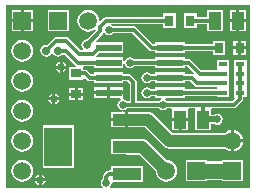
<source format=gtl>
%FSLAX25Y25*%
%MOIN*%
G70*
G01*
G75*
G04 Layer_Physical_Order=1*
G04 Layer_Color=255*
%ADD10R,0.03543X0.02953*%
%ADD11R,0.02953X0.01772*%
%ADD12R,0.02953X0.01772*%
%ADD13R,0.04134X0.05906*%
%ADD14R,0.08661X0.02362*%
%ADD15R,0.08661X0.02362*%
%ADD16R,0.02953X0.03543*%
%ADD17R,0.03150X0.03740*%
%ADD18R,0.09449X0.12992*%
%ADD19R,0.09449X0.03937*%
%ADD20C,0.01200*%
%ADD21C,0.05000*%
%ADD22C,0.04000*%
%ADD23C,0.02000*%
%ADD24C,0.05906*%
%ADD25R,0.05906X0.05906*%
%ADD26C,0.02787*%
%ADD27R,0.05906X0.05906*%
%ADD28C,0.02500*%
G36*
X1101878Y112122D02*
X1055380D01*
X1055235Y112600D01*
X1055334Y112666D01*
X1055743Y113278D01*
X1055886Y114000D01*
X1056195Y114376D01*
X1066242D01*
Y119513D01*
X1055593D01*
Y118168D01*
X1054945D01*
X1054477Y118075D01*
X1054080Y117810D01*
X1053135Y116865D01*
X1052870Y116468D01*
X1052777Y116000D01*
Y115407D01*
X1052666Y115334D01*
X1052257Y114722D01*
X1052114Y114000D01*
X1052257Y113278D01*
X1052666Y112666D01*
X1052765Y112600D01*
X1052620Y112122D01*
X1020622D01*
Y173378D01*
X1101878D01*
Y112122D01*
D02*
G37*
%LPC*%
G36*
X1026000Y141583D02*
X1025073Y141461D01*
X1024208Y141103D01*
X1023466Y140534D01*
X1022897Y139792D01*
X1022539Y138927D01*
X1022417Y138000D01*
X1022539Y137073D01*
X1022897Y136208D01*
X1023466Y135466D01*
X1024208Y134897D01*
X1025073Y134539D01*
X1026000Y134417D01*
X1026927Y134539D01*
X1027792Y134897D01*
X1028534Y135466D01*
X1029103Y136208D01*
X1029461Y137073D01*
X1029583Y138000D01*
X1029461Y138927D01*
X1029103Y139792D01*
X1028534Y140534D01*
X1027792Y141103D01*
X1026927Y141461D01*
X1026000Y141583D01*
D02*
G37*
G36*
X1036000Y141500D02*
X1034713D01*
X1034757Y141278D01*
X1035166Y140666D01*
X1035778Y140257D01*
X1036000Y140213D01*
Y141500D01*
D02*
G37*
G36*
X1038287D02*
X1037000D01*
Y140213D01*
X1037222Y140257D01*
X1037834Y140666D01*
X1038243Y141278D01*
X1038287Y141500D01*
D02*
G37*
G36*
X1078161Y134500D02*
X1075994D01*
Y131447D01*
X1078161D01*
Y134500D01*
D02*
G37*
G36*
X1081328D02*
X1079161D01*
Y131447D01*
X1081328D01*
Y134500D01*
D02*
G37*
G36*
X1060417Y134555D02*
X1055593D01*
Y132487D01*
X1060417D01*
Y134555D01*
D02*
G37*
G36*
X1036000Y143787D02*
X1035778Y143743D01*
X1035166Y143334D01*
X1034757Y142722D01*
X1034713Y142500D01*
X1036000D01*
Y143787D01*
D02*
G37*
G36*
X1037000D02*
Y142500D01*
X1038287D01*
X1038243Y142722D01*
X1037834Y143334D01*
X1037222Y143743D01*
X1037000Y143787D01*
D02*
G37*
G36*
X1043500Y145632D02*
X1041628D01*
Y144055D01*
X1043500D01*
Y145632D01*
D02*
G37*
G36*
Y143055D02*
X1041628D01*
Y141479D01*
X1043500D01*
Y143055D01*
D02*
G37*
G36*
X1046372D02*
X1044500D01*
Y141479D01*
X1046372D01*
Y143055D01*
D02*
G37*
G36*
X1054264Y143500D02*
X1049833D01*
Y142219D01*
X1054264D01*
Y143500D01*
D02*
G37*
G36*
X1066000Y128622D02*
X1066000Y128622D01*
X1060917D01*
X1060508Y128568D01*
X1055593D01*
Y123432D01*
X1060508D01*
X1060917Y123378D01*
X1064914D01*
X1070436Y117856D01*
X1070539Y117073D01*
X1070897Y116208D01*
X1071466Y115466D01*
X1072208Y114897D01*
X1073073Y114539D01*
X1074000Y114417D01*
X1074927Y114539D01*
X1075792Y114897D01*
X1076534Y115466D01*
X1077103Y116208D01*
X1077461Y117073D01*
X1077583Y118000D01*
X1077461Y118927D01*
X1077103Y119792D01*
X1076534Y120534D01*
X1075792Y121103D01*
X1074927Y121461D01*
X1074144Y121564D01*
X1067854Y127854D01*
X1067311Y128271D01*
X1066679Y128533D01*
X1066000Y128622D01*
D02*
G37*
G36*
X1031500Y116787D02*
X1031278Y116743D01*
X1030666Y116334D01*
X1030257Y115722D01*
X1030213Y115500D01*
X1031500D01*
Y116787D01*
D02*
G37*
G36*
X1032500D02*
Y115500D01*
X1033787D01*
X1033743Y115722D01*
X1033334Y116334D01*
X1032722Y116743D01*
X1032500Y116787D01*
D02*
G37*
G36*
X1031500Y114500D02*
X1030213D01*
X1030257Y114278D01*
X1030666Y113666D01*
X1031278Y113257D01*
X1031500Y113213D01*
Y114500D01*
D02*
G37*
G36*
X1033787D02*
X1032500D01*
Y113213D01*
X1032722Y113257D01*
X1033334Y113666D01*
X1033743Y114278D01*
X1033787Y114500D01*
D02*
G37*
G36*
X1026000Y121583D02*
X1025073Y121461D01*
X1024208Y121103D01*
X1023466Y120534D01*
X1022897Y119792D01*
X1022539Y118927D01*
X1022417Y118000D01*
X1022539Y117073D01*
X1022897Y116208D01*
X1023466Y115466D01*
X1024208Y114897D01*
X1025073Y114539D01*
X1026000Y114417D01*
X1026927Y114539D01*
X1027792Y114897D01*
X1028534Y115466D01*
X1029103Y116208D01*
X1029461Y117073D01*
X1029583Y118000D01*
X1029461Y118927D01*
X1029103Y119792D01*
X1028534Y120534D01*
X1027792Y121103D01*
X1026927Y121461D01*
X1026000Y121583D01*
D02*
G37*
G36*
X1067945Y137678D02*
X1067945Y137678D01*
X1060917D01*
X1060509Y137624D01*
X1061417D01*
Y135054D01*
Y132486D01*
X1060509D01*
X1060917Y132433D01*
X1066859D01*
X1073146Y126146D01*
X1073146Y126146D01*
X1073689Y125729D01*
X1073874Y125652D01*
X1074321Y125467D01*
X1075000Y125378D01*
X1075000Y125378D01*
X1093582D01*
X1094208Y124897D01*
X1095073Y124539D01*
X1095500Y124482D01*
Y127999D01*
Y131518D01*
X1095073Y131461D01*
X1094208Y131103D01*
X1093582Y130622D01*
X1076086D01*
X1069799Y136909D01*
X1069256Y137326D01*
X1068624Y137588D01*
X1067945Y137678D01*
D02*
G37*
G36*
X1099518Y127500D02*
X1096500D01*
Y124482D01*
X1096927Y124539D01*
X1097792Y124897D01*
X1098534Y125466D01*
X1099103Y126208D01*
X1099461Y127073D01*
X1099518Y127500D01*
D02*
G37*
G36*
X1096500Y131518D02*
Y128500D01*
X1099518D01*
X1099461Y128927D01*
X1099103Y129792D01*
X1098534Y130534D01*
X1097792Y131103D01*
X1096927Y131461D01*
X1096500Y131518D01*
D02*
G37*
G36*
X1043407Y133096D02*
X1032758D01*
Y118904D01*
X1043407D01*
Y133096D01*
D02*
G37*
G36*
X1099553Y121553D02*
X1092447D01*
Y121127D01*
X1087553D01*
Y121553D01*
X1080447D01*
Y114447D01*
X1087553D01*
Y114873D01*
X1092447D01*
Y114447D01*
X1099553D01*
Y121553D01*
D02*
G37*
G36*
X1026000Y131583D02*
X1025073Y131461D01*
X1024208Y131103D01*
X1023466Y130534D01*
X1022897Y129792D01*
X1022539Y128927D01*
X1022417Y128000D01*
X1022539Y127073D01*
X1022897Y126208D01*
X1023466Y125466D01*
X1024208Y124897D01*
X1025073Y124539D01*
X1026000Y124417D01*
X1026927Y124539D01*
X1027792Y124897D01*
X1028534Y125466D01*
X1029103Y126208D01*
X1029461Y127073D01*
X1029583Y128000D01*
X1029461Y128927D01*
X1029103Y129792D01*
X1028534Y130534D01*
X1027792Y131103D01*
X1026927Y131461D01*
X1026000Y131583D01*
D02*
G37*
G36*
X1041553Y171553D02*
X1034447D01*
Y164447D01*
X1041553D01*
Y171553D01*
D02*
G37*
G36*
X1097339Y167500D02*
X1095172D01*
Y164447D01*
X1097339D01*
Y167500D01*
D02*
G37*
G36*
X1100506D02*
X1098339D01*
Y164447D01*
X1100506D01*
Y167500D01*
D02*
G37*
G36*
X1100521Y161372D02*
X1098945D01*
Y159500D01*
X1100521D01*
Y161372D01*
D02*
G37*
G36*
X1025500Y167500D02*
X1022447D01*
Y164447D01*
X1025500D01*
Y167500D01*
D02*
G37*
G36*
X1029553D02*
X1026500D01*
Y164447D01*
X1029553D01*
Y167500D01*
D02*
G37*
G36*
X1097339Y171553D02*
X1095172D01*
Y168500D01*
X1097339D01*
Y171553D01*
D02*
G37*
G36*
X1100506D02*
X1098339D01*
Y168500D01*
X1100506D01*
Y171553D01*
D02*
G37*
G36*
X1092828D02*
X1087494D01*
Y169223D01*
X1084218D01*
Y170470D01*
X1079869D01*
Y165530D01*
X1084218D01*
Y166777D01*
X1087494D01*
Y164447D01*
X1092828D01*
Y171553D01*
D02*
G37*
G36*
X1048000Y171583D02*
X1047073Y171461D01*
X1046208Y171103D01*
X1045466Y170534D01*
X1044897Y169792D01*
X1044539Y168927D01*
X1044417Y168000D01*
X1044539Y167073D01*
X1044897Y166208D01*
X1045466Y165466D01*
X1046208Y164897D01*
X1047073Y164539D01*
X1048000Y164417D01*
X1048927Y164539D01*
X1049792Y164897D01*
X1050328Y165308D01*
X1050445Y165250D01*
X1050527Y164757D01*
X1047630Y161860D01*
X1047500Y161886D01*
X1046778Y161743D01*
X1046166Y161334D01*
X1045757Y160722D01*
X1045614Y160000D01*
X1045757Y159278D01*
X1046166Y158666D01*
X1045944Y158333D01*
X1045446Y158284D01*
X1041469Y162261D01*
X1041072Y162526D01*
X1040604Y162619D01*
X1037355D01*
X1036886Y162526D01*
X1036489Y162261D01*
X1034223Y159995D01*
X1034031Y160033D01*
X1033254Y159878D01*
X1032594Y159437D01*
X1032154Y158778D01*
X1031999Y158000D01*
X1032154Y157222D01*
X1032594Y156563D01*
X1033254Y156122D01*
X1034031Y155967D01*
X1034809Y156122D01*
X1035469Y156563D01*
X1035750Y156983D01*
X1036250D01*
X1036531Y156563D01*
X1037191Y156122D01*
X1037969Y155967D01*
X1038746Y156122D01*
X1039406Y156563D01*
X1039508Y156715D01*
X1040005Y156764D01*
X1043635Y153135D01*
X1043837Y153000D01*
X1043692Y152521D01*
X1041628D01*
Y148369D01*
X1046372D01*
Y148745D01*
X1046834Y148936D01*
X1047635Y148135D01*
X1048032Y147870D01*
X1048500Y147776D01*
X1049833D01*
Y147219D01*
X1059694D01*
Y147776D01*
X1060993D01*
X1061777Y146993D01*
Y141224D01*
X1060907D01*
X1060834Y141334D01*
X1060222Y141743D01*
X1059694Y141848D01*
Y142219D01*
X1059694D01*
Y143500D01*
X1055264D01*
Y142219D01*
X1058630D01*
X1058775Y141740D01*
X1058166Y141334D01*
X1057757Y140722D01*
X1057614Y140000D01*
X1057757Y139278D01*
X1058166Y138666D01*
X1058778Y138257D01*
X1059463Y138121D01*
X1059463D01*
X1059414Y137624D01*
X1055593D01*
Y135555D01*
X1060417D01*
Y137624D01*
X1059587D01*
X1059584Y137648D01*
X1059538Y138121D01*
X1060222Y138257D01*
X1060834Y138666D01*
X1060907Y138777D01*
X1071593D01*
X1071666Y138666D01*
X1072278Y138257D01*
X1073000Y138114D01*
X1073722Y138257D01*
X1074334Y138666D01*
X1074407Y138777D01*
X1075641D01*
X1075994Y138423D01*
Y135500D01*
X1081328D01*
Y138423D01*
X1081328Y138423D01*
D01*
D01*
X1081328Y138553D01*
D01*
X1081552Y138777D01*
X1083672D01*
Y138553D01*
X1083672D01*
Y131447D01*
X1089005D01*
Y133482D01*
X1090112D01*
X1090278Y133371D01*
X1091000Y133228D01*
X1091722Y133371D01*
X1092334Y133780D01*
X1092743Y134392D01*
X1092886Y135114D01*
X1092743Y135836D01*
X1092334Y136448D01*
X1091722Y136856D01*
X1091000Y137000D01*
X1090278Y136856D01*
X1090112Y136745D01*
X1089005D01*
Y138553D01*
D01*
Y138553D01*
X1089229Y138777D01*
X1096500D01*
X1096968Y138870D01*
X1097365Y139135D01*
X1097365Y139135D01*
X1097365Y139135D01*
X1099365Y141135D01*
X1099630Y141532D01*
X1099724Y142000D01*
X1099724Y142000D01*
X1099724Y142000D01*
Y142000D01*
Y142565D01*
X1100785D01*
Y145537D01*
D01*
Y145537D01*
X1100785Y145537D01*
Y145715D01*
X1100785D01*
Y148687D01*
D01*
Y148687D01*
X1100785Y148687D01*
Y148865D01*
X1100785D01*
Y151836D01*
D01*
Y151836D01*
X1100785Y151836D01*
X1100785Y152014D01*
X1100785D01*
D01*
Y154986D01*
X1096632D01*
Y152014D01*
X1096632D01*
X1096632Y151986D01*
X1096632Y152014D01*
Y152014D01*
X1096632Y151836D01*
X1096632D01*
Y148865D01*
X1096632Y148865D01*
X1096632Y148687D01*
X1096632D01*
Y145715D01*
X1096632Y145715D01*
X1096632Y145537D01*
X1096632D01*
Y142565D01*
X1096682D01*
X1096873Y142104D01*
X1095993Y141224D01*
X1074407D01*
X1074334Y141334D01*
X1073725Y141740D01*
X1073870Y142219D01*
X1080167D01*
Y142828D01*
X1090924D01*
Y142565D01*
X1095076D01*
Y145361D01*
X1095076Y145361D01*
D01*
D01*
X1095076Y145537D01*
Y145559D01*
Y145626D01*
X1095076Y145715D01*
D01*
X1095076Y145891D01*
X1095076Y145891D01*
X1095076D01*
Y148511D01*
X1095076Y148511D01*
D01*
D01*
X1095076Y148687D01*
Y148709D01*
Y148776D01*
X1095076Y148865D01*
D01*
X1095076Y149040D01*
X1095076Y149040D01*
X1095076D01*
Y151661D01*
X1095076Y151661D01*
D01*
D01*
X1095076Y151836D01*
X1095076Y151881D01*
Y151925D01*
X1095076Y152014D01*
X1095076Y152190D01*
X1095076Y152190D01*
X1095076D01*
Y154986D01*
X1090924D01*
Y152190D01*
X1090924Y152190D01*
X1090924D01*
X1090924Y152014D01*
X1090924Y151836D01*
X1090924D01*
X1090924Y151574D01*
X1085656D01*
X1082365Y154865D01*
X1081968Y155130D01*
X1081500Y155224D01*
X1080167D01*
Y155781D01*
X1070306D01*
Y155224D01*
X1063407D01*
X1063334Y155334D01*
X1062722Y155743D01*
X1062000Y155886D01*
X1061278Y155743D01*
X1060666Y155334D01*
X1060257Y154722D01*
X1060192Y154394D01*
X1059694Y154443D01*
Y155781D01*
X1050665D01*
X1050473Y156243D01*
X1051449Y157219D01*
X1059694D01*
Y160781D01*
X1050665D01*
X1050473Y161243D01*
X1052865Y163635D01*
X1053026Y163876D01*
X1053526D01*
X1053666Y163666D01*
X1054278Y163257D01*
X1055000Y163114D01*
X1055722Y163257D01*
X1056334Y163666D01*
X1056407Y163777D01*
X1062586D01*
X1068228Y158135D01*
X1068625Y157870D01*
X1069093Y157776D01*
X1070306D01*
Y157219D01*
X1080167D01*
Y157776D01*
X1089479D01*
Y156628D01*
X1093631D01*
Y161372D01*
X1089479D01*
Y160223D01*
X1080167D01*
Y160781D01*
X1070306D01*
Y160223D01*
X1069600D01*
X1063958Y165865D01*
X1063562Y166130D01*
X1063093Y166224D01*
X1056407D01*
X1056334Y166334D01*
X1055722Y166743D01*
X1055722Y166743D01*
X1055722D01*
Y166743D01*
X1055725Y166777D01*
X1072782D01*
Y165530D01*
X1077131D01*
Y170470D01*
X1072782D01*
Y169223D01*
X1054000D01*
X1053532Y169130D01*
X1053135Y168865D01*
X1052029Y167760D01*
X1051581Y167981D01*
X1051583Y168000D01*
X1051461Y168927D01*
X1051103Y169792D01*
X1050534Y170534D01*
X1049792Y171103D01*
X1048927Y171461D01*
X1048000Y171583D01*
D02*
G37*
G36*
X1025500Y171553D02*
X1022447D01*
Y168500D01*
X1025500D01*
Y171553D01*
D02*
G37*
G36*
X1029553D02*
X1026500D01*
Y168500D01*
X1029553D01*
Y171553D01*
D02*
G37*
G36*
X1097945Y161372D02*
X1096369D01*
Y159500D01*
X1097945D01*
Y161372D01*
D02*
G37*
G36*
X1038500Y152000D02*
X1037213D01*
X1037257Y151778D01*
X1037666Y151166D01*
X1038278Y150757D01*
X1038500Y150713D01*
Y152000D01*
D02*
G37*
G36*
X1040787D02*
X1039500D01*
Y150713D01*
X1039722Y150757D01*
X1040334Y151166D01*
X1040743Y151778D01*
X1040787Y152000D01*
D02*
G37*
G36*
X1059694Y145781D02*
X1055264D01*
Y144500D01*
X1059694D01*
Y145781D01*
D02*
G37*
G36*
X1026000Y151583D02*
X1025073Y151461D01*
X1024208Y151103D01*
X1023466Y150534D01*
X1022897Y149792D01*
X1022539Y148927D01*
X1022417Y148000D01*
X1022539Y147073D01*
X1022897Y146208D01*
X1023466Y145466D01*
X1024208Y144897D01*
X1025073Y144539D01*
X1026000Y144417D01*
X1026927Y144539D01*
X1027792Y144897D01*
X1028534Y145466D01*
X1029103Y146208D01*
X1029461Y147073D01*
X1029583Y148000D01*
X1029461Y148927D01*
X1029103Y149792D01*
X1028534Y150534D01*
X1027792Y151103D01*
X1026927Y151461D01*
X1026000Y151583D01*
D02*
G37*
G36*
X1054264Y145781D02*
X1049833D01*
Y144500D01*
X1054264D01*
Y145781D01*
D02*
G37*
G36*
X1046372Y145632D02*
X1044500D01*
Y144055D01*
X1046372D01*
Y145632D01*
D02*
G37*
G36*
X1097945Y158500D02*
X1096369D01*
Y156628D01*
X1097945D01*
Y158500D01*
D02*
G37*
G36*
X1100521D02*
X1098945D01*
Y156628D01*
X1100521D01*
Y158500D01*
D02*
G37*
G36*
X1026000Y161583D02*
X1025073Y161461D01*
X1024208Y161103D01*
X1023466Y160534D01*
X1022897Y159792D01*
X1022539Y158927D01*
X1022417Y158000D01*
X1022539Y157073D01*
X1022897Y156208D01*
X1023466Y155466D01*
X1024208Y154897D01*
X1025073Y154539D01*
X1026000Y154417D01*
X1026927Y154539D01*
X1027792Y154897D01*
X1028534Y155466D01*
X1029103Y156208D01*
X1029461Y157073D01*
X1029583Y158000D01*
X1029461Y158927D01*
X1029103Y159792D01*
X1028534Y160534D01*
X1027792Y161103D01*
X1026927Y161461D01*
X1026000Y161583D01*
D02*
G37*
G36*
X1038500Y154287D02*
X1038278Y154243D01*
X1037666Y153834D01*
X1037257Y153222D01*
X1037213Y153000D01*
X1038500D01*
Y154287D01*
D02*
G37*
G36*
X1039500D02*
Y153000D01*
X1040787D01*
X1040743Y153222D01*
X1040334Y153834D01*
X1039722Y154243D01*
X1039500Y154287D01*
D02*
G37*
%LPD*%
G36*
X1060257Y153278D02*
X1060666Y152666D01*
X1061278Y152257D01*
X1062000Y152114D01*
X1062722Y152257D01*
X1063334Y152666D01*
X1063407Y152777D01*
X1070306D01*
Y152219D01*
X1080167D01*
Y152777D01*
X1080993D01*
X1083197Y150573D01*
X1082961Y150132D01*
X1082500Y150224D01*
X1080167D01*
Y150781D01*
X1070306D01*
Y150224D01*
X1068907D01*
X1068834Y150334D01*
X1068222Y150743D01*
X1067500Y150886D01*
X1066778Y150743D01*
X1066166Y150334D01*
X1065757Y149722D01*
X1065614Y149000D01*
X1065757Y148278D01*
X1066166Y147666D01*
X1066778Y147257D01*
X1067500Y147114D01*
X1068222Y147257D01*
X1068834Y147666D01*
X1068907Y147776D01*
X1070306D01*
Y147219D01*
X1080167D01*
Y147776D01*
X1081993D01*
X1083434Y146336D01*
X1083434Y146336D01*
X1083434D01*
X1083434Y146336D01*
X1083434D01*
X1083434Y146336D01*
Y146336D01*
Y146336D01*
D01*
D01*
X1083434D01*
Y146336D01*
X1083831Y146070D01*
X1084299Y145977D01*
X1090924D01*
D01*
Y145891D01*
Y145891D01*
D01*
Y145715D01*
Y145715D01*
Y145537D01*
X1090924D01*
X1090924Y145275D01*
X1080167D01*
Y145781D01*
X1070306D01*
Y145223D01*
X1068907D01*
X1068834Y145334D01*
X1068222Y145743D01*
X1067500Y145886D01*
X1066778Y145743D01*
X1066166Y145334D01*
X1065757Y144722D01*
X1065614Y144000D01*
X1065757Y143278D01*
X1066166Y142666D01*
X1066778Y142257D01*
X1067500Y142114D01*
X1068222Y142257D01*
X1068834Y142666D01*
X1068907Y142777D01*
X1070306D01*
Y142219D01*
X1072130D01*
X1072275Y141740D01*
X1071666Y141334D01*
X1071593Y141224D01*
X1064223D01*
Y147500D01*
X1064130Y147968D01*
X1063865Y148365D01*
X1062365Y149865D01*
X1061968Y150130D01*
X1061500Y150224D01*
X1059694D01*
Y150781D01*
X1049833D01*
Y150224D01*
X1049007D01*
X1047920Y151310D01*
X1047523Y151575D01*
X1047055Y151668D01*
X1046372D01*
Y152423D01*
X1046372Y152423D01*
D01*
D01*
X1046372Y152521D01*
D01*
X1046627Y152777D01*
X1049833D01*
Y152219D01*
X1059694D01*
Y153557D01*
X1060192Y153606D01*
X1060257Y153278D01*
D02*
G37*
D10*
X1044000Y150445D02*
D03*
Y143555D02*
D03*
D11*
X1098709Y144051D02*
D03*
Y147201D02*
D03*
Y150350D02*
D03*
X1093000Y144051D02*
D03*
Y147201D02*
D03*
Y150350D02*
D03*
D12*
X1098709Y153500D02*
D03*
X1093000D02*
D03*
D13*
X1078661Y135000D02*
D03*
X1086339D02*
D03*
X1090161Y168000D02*
D03*
X1097839D02*
D03*
D14*
X1054764Y159000D02*
D03*
D15*
X1075236D02*
D03*
X1054764Y144000D02*
D03*
Y149000D02*
D03*
Y154000D02*
D03*
X1075236Y144000D02*
D03*
Y149000D02*
D03*
Y154000D02*
D03*
D16*
X1098445Y159000D02*
D03*
X1091555D02*
D03*
D17*
X1082043Y168000D02*
D03*
X1074957D02*
D03*
D18*
X1038083Y126000D02*
D03*
D19*
X1060917Y135055D02*
D03*
Y126000D02*
D03*
Y116945D02*
D03*
D20*
X1054000Y116000D02*
X1054945Y116945D01*
X1054000Y114000D02*
Y116000D01*
X1054945Y116945D02*
X1060917D01*
X1044500Y154000D02*
X1054764D01*
X1044000Y150445D02*
X1047055D01*
X1075287Y144051D02*
X1093000D01*
X1084299Y147201D02*
X1093000D01*
X1082500Y149000D02*
X1084299Y147201D01*
X1075236Y149000D02*
X1082500D01*
X1075236Y154000D02*
X1081500D01*
X1085150Y150350D01*
X1093000D01*
X1098709Y144051D02*
Y147201D01*
Y150350D01*
Y153500D01*
X1040500Y158000D02*
X1044500Y154000D01*
X1082043Y168000D02*
X1090661D01*
X1098500Y143842D02*
X1098709Y144051D01*
X1098500Y142000D02*
Y143842D01*
X1067500Y144000D02*
X1075236D01*
X1067500Y149000D02*
X1075236D01*
X1054764D02*
X1061500D01*
X1063000Y147500D01*
X1069093Y159000D02*
X1075236D01*
X1055000Y165000D02*
X1063093D01*
X1069093Y159000D01*
X1054000Y168000D02*
X1074957D01*
X1052000Y166000D02*
X1054000Y168000D01*
X1045000Y157000D02*
X1049500D01*
X1051500Y159000D01*
X1052000Y164500D02*
Y166000D01*
X1047500Y160000D02*
X1052000Y164500D01*
X1096500Y140000D02*
X1098500Y142000D01*
X1075236Y159000D02*
X1091555D01*
X1086339Y136000D02*
Y137000D01*
X1034031Y158000D02*
Y158073D01*
X1037355Y161396D01*
X1040604D02*
X1045000Y157000D01*
X1037355Y161396D02*
X1040604D01*
X1037969Y158000D02*
X1040500D01*
X1047055Y150445D02*
X1048500Y149000D01*
X1054764D01*
X1062000Y154000D02*
X1075236D01*
X1086000Y137339D02*
X1086339Y137000D01*
X1063000Y140000D02*
Y147500D01*
X1059500Y140000D02*
X1063000D01*
X1073000D01*
X1086339Y135000D02*
Y139661D01*
X1073000Y140000D02*
X1086000D01*
X1096500D01*
X1086000D02*
X1086339Y139661D01*
D21*
X1084000Y118000D02*
X1096000D01*
D22*
X1060917Y126000D02*
X1066000D01*
X1074000Y118000D01*
X1060917Y135055D02*
X1067945D01*
X1075000Y128000D01*
X1096000D01*
D23*
X1086452Y135114D02*
X1091000D01*
X1086339Y135000D02*
X1086452Y135114D01*
D24*
X1074000Y118000D02*
D03*
X1096000Y128000D02*
D03*
X1048000Y168000D02*
D03*
X1026000Y118000D02*
D03*
Y128000D02*
D03*
Y138000D02*
D03*
Y148000D02*
D03*
Y158000D02*
D03*
D25*
X1084000Y118000D02*
D03*
X1038000Y168000D02*
D03*
D26*
X1034031Y158000D02*
D03*
X1037969D02*
D03*
D27*
X1096000Y118000D02*
D03*
X1026000Y168000D02*
D03*
D28*
X1039000Y152500D02*
D03*
X1036500Y142000D02*
D03*
X1032000Y115000D02*
D03*
X1067500Y149000D02*
D03*
Y144000D02*
D03*
X1073000Y140000D02*
D03*
X1059500D02*
D03*
X1054000Y114000D02*
D03*
X1055000Y165000D02*
D03*
X1047500Y160000D02*
D03*
X1062000Y154000D02*
D03*
X1091000Y135114D02*
D03*
M02*

</source>
